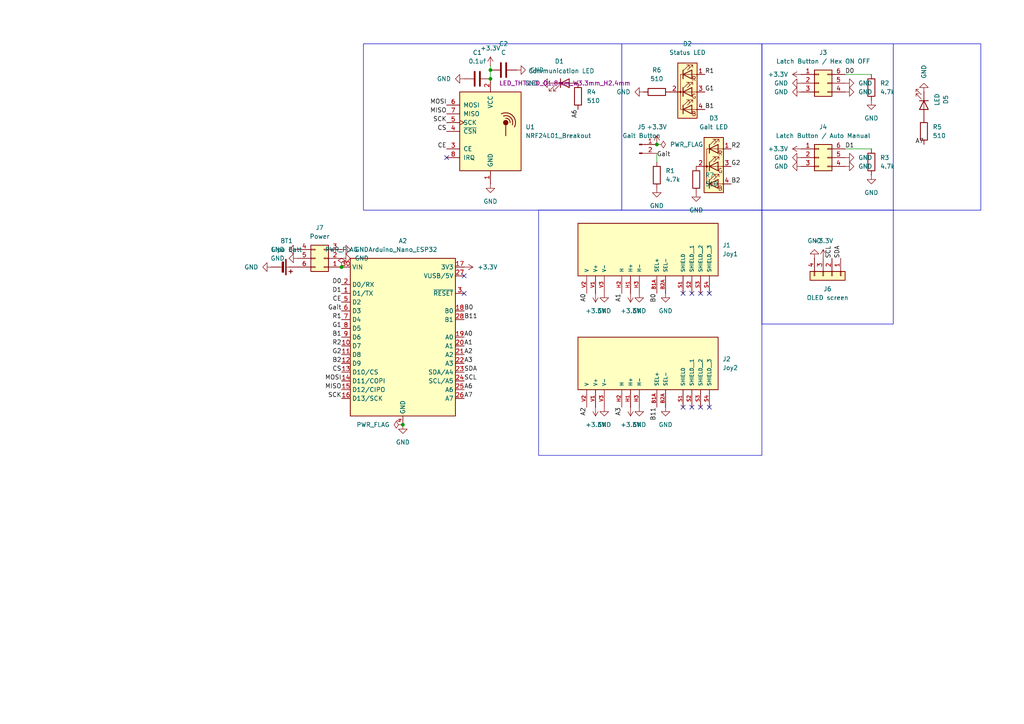
<source format=kicad_sch>
(kicad_sch (version 20250114) (generator "eeschema") (generator_version "9.0")
  (paper "A4")
  (lib_symbols
    (symbol "COM-09032:COM-09032" (pin_names (offset 1.016))
      (property "Reference" "U" (at -7.62 16.002 0))
      (property "Value" "COM-09032" (at -7.62 -27.94 0))
      (symbol "COM-09032_0_0"
        (rectangle (start -7.62 -25.4) (end 7.62 15.24) (stroke (width 0.254)) (fill (type background)))
        (pin passive line (at -12.7 12.7 0) (length 5.08) (name "V") (number "V2"))
        (pin passive line (at -12.7 10.16 0) (length 5.08) (name "V+") (number "V1"))
        (pin passive line (at -12.7 7.62 0) (length 5.08) (name "V-") (number "V3"))
        (pin passive line (at -12.7 2.54 0) (length 5.08) (name "H") (number "H2"))
        (pin passive line (at -12.7 0 0) (length 5.08) (name "H+") (number "H1"))
        (pin passive line (at -12.7 -2.54 0) (length 5.08) (name "H-") (number "H3"))
        (pin passive line (at -12.7 -7.62 0) (length 5.08) (name "SEL+") (number "B1A"))
        (pin passive line (at -12.7 -10.16 0) (length 5.08) (name "SEL-") (number "B2A"))
        (pin passive line (at -12.7 -15.24 0) (length 5.08) (name "SHIELD") (number "S1"))
        (pin passive line (at -12.7 -17.78 0) (length 5.08) (name "SHIELD__1") (number "S2"))
        (pin passive line (at -12.7 -20.32 0) (length 5.08) (name "SHIELD__2") (number "S3"))
        (pin passive line (at -12.7 -22.86 0) (length 5.08) (name "SHIELD__3") (number "S4"))
      )
    )
    (symbol "Connector:Conn_01x02_Pin" (pin_names (offset 1.016) (hide yes))
      (property "Reference" "J" (at 0 2.54 0))
      (property "Value" "Conn_01x02_Pin" (at 0 -5.08 0))
      (symbol "Conn_01x02_Pin_1_1"
        (rectangle (start 0.8636 0.127) (end 0 -0.127) (stroke (width 0.1524)) (fill (type outline)))
        (rectangle (start 0.8636 -2.413) (end 0 -2.667) (stroke (width 0.1524)) (fill (type outline)))
        (polyline (pts (xy 1.27 0) (xy 0.8636 0)) (stroke (width 0.1524)))
        (polyline (pts (xy 1.27 -2.54) (xy 0.8636 -2.54)) (stroke (width 0.1524)))
        (pin passive line (at 5.08 0 180) (length 3.81) (name "Pin_1") (number "1"))
        (pin passive line (at 5.08 -2.54 180) (length 3.81) (name "Pin_2") (number "2"))
      )
    )
    (symbol "Connector_Generic:Conn_01x04" (pin_names (offset 1.016) (hide yes))
      (property "Reference" "J" (at 0 5.08 0))
      (property "Value" "Conn_01x04" (at 0 -7.62 0))
      (symbol "Conn_01x04_1_1"
        (rectangle (start -1.27 3.81) (end 1.27 -6.35) (stroke (width 0.254)) (fill (type background)))
        (rectangle (start -1.27 2.667) (end 0 2.413) (stroke (width 0.1524)))
        (rectangle (start -1.27 0.127) (end 0 -0.127) (stroke (width 0.1524)))
        (rectangle (start -1.27 -2.413) (end 0 -2.667) (stroke (width 0.1524)))
        (rectangle (start -1.27 -4.953) (end 0 -5.207) (stroke (width 0.1524)))
        (pin passive line (at -5.08 2.54 0) (length 3.81) (name "Pin_1") (number "1"))
        (pin passive line (at -5.08 0 0) (length 3.81) (name "Pin_2") (number "2"))
        (pin passive line (at -5.08 -2.54 0) (length 3.81) (name "Pin_3") (number "3"))
        (pin passive line (at -5.08 -5.08 0) (length 3.81) (name "Pin_4") (number "4"))
      )
    )
    (symbol "Connector_Generic:Conn_02x03_Counter_Clockwise" (pin_names (offset 1.016) (hide yes))
      (property "Reference" "J" (at 1.27 5.08 0))
      (property "Value" "Conn_02x03_Counter_Clockwise" (at 1.27 -5.08 0))
      (symbol "Conn_02x03_Counter_Clockwise_1_1"
        (rectangle (start -1.27 3.81) (end 3.81 -3.81) (stroke (width 0.254)) (fill (type background)))
        (rectangle (start -1.27 2.667) (end 0 2.413) (stroke (width 0.1524)))
        (rectangle (start -1.27 0.127) (end 0 -0.127) (stroke (width 0.1524)))
        (rectangle (start -1.27 -2.413) (end 0 -2.667) (stroke (width 0.1524)))
        (rectangle (start 3.81 2.667) (end 2.54 2.413) (stroke (width 0.1524)))
        (rectangle (start 3.81 0.127) (end 2.54 -0.127) (stroke (width 0.1524)))
        (rectangle (start 3.81 -2.413) (end 2.54 -2.667) (stroke (width 0.1524)))
        (pin passive line (at -5.08 2.54 0) (length 3.81) (name "Pin_1") (number "1"))
        (pin passive line (at -5.08 0 0) (length 3.81) (name "Pin_2") (number "2"))
        (pin passive line (at -5.08 -2.54 0) (length 3.81) (name "Pin_3") (number "3"))
        (pin passive line (at 7.62 2.54 180) (length 3.81) (name "Pin_6") (number "6"))
        (pin passive line (at 7.62 0 180) (length 3.81) (name "Pin_5") (number "5"))
        (pin passive line (at 7.62 -2.54 180) (length 3.81) (name "Pin_4") (number "4"))
      )
    )
    (symbol "Device:Battery_Cell" (pin_numbers (hide yes)) (pin_names (offset 0) (hide yes))
      (property "Reference" "BT" (at 2.54 2.54 0))
      (property "Value" "Battery_Cell" (at 2.54 0 0))
      (symbol "Battery_Cell_0_1"
        (rectangle (start -2.286 1.778) (end 2.286 1.524) (fill (type outline)))
        (rectangle (start -1.524 1.016) (end 1.524 0.508) (fill (type outline)))
        (polyline (pts (xy 0 1.778) (xy 0 2.54)))
        (polyline (pts (xy 0 0.762) (xy 0 0)))
        (polyline (pts (xy 0.762 3.048) (xy 1.778 3.048)) (stroke (width 0.254)))
        (polyline (pts (xy 1.27 3.556) (xy 1.27 2.54)) (stroke (width 0.254)))
      )
      (symbol "Battery_Cell_1_1"
        (pin passive line (at 0 5.08 270) (length 2.54) (name "+") (number "1"))
        (pin passive line (at 0 -2.54 90) (length 2.54) (name "-") (number "2"))
      )
    )
    (symbol "Device:C" (pin_numbers (hide yes)) (pin_names (offset 0.254))
      (property "Reference" "C" (at 0.635 2.54 0))
      (property "Value" "C" (at 0.635 -2.54 0))
      (symbol "C_0_1"
        (polyline (pts (xy -2.032 0.762) (xy 2.032 0.762)) (stroke (width 0.508)))
        (polyline (pts (xy -2.032 -0.762) (xy 2.032 -0.762)) (stroke (width 0.508)))
      )
      (symbol "C_1_1"
        (pin passive line (at 0 3.81 270) (length 2.794) (name "~") (number "1"))
        (pin passive line (at 0 -3.81 90) (length 2.794) (name "~") (number "2"))
      )
    )
    (symbol "Device:LED" (pin_numbers (hide yes)) (pin_names (offset 1.016) (hide yes))
      (property "Reference" "D" (at 0 2.54 0))
      (property "Value" "LED" (at 0 -2.54 0))
      (symbol "LED_0_1"
        (polyline (pts (xy -3.048 -0.762) (xy -4.572 -2.286) (xy -3.81 -2.286) (xy -4.572 -2.286) (xy -4.572 -1.524)))
        (polyline (pts (xy -1.778 -0.762) (xy -3.302 -2.286) (xy -2.54 -2.286) (xy -3.302 -2.286) (xy -3.302 -1.524)))
        (polyline (pts (xy -1.27 0) (xy 1.27 0)))
        (polyline (pts (xy -1.27 -1.27) (xy -1.27 1.27)) (stroke (width 0.254)))
        (polyline (pts (xy 1.27 -1.27) (xy 1.27 1.27) (xy -1.27 0) (xy 1.27 -1.27)) (stroke (width 0.254)))
      )
      (symbol "LED_1_1"
        (pin passive line (at -3.81 0 0) (length 2.54) (name "K") (number "1"))
        (pin passive line (at 3.81 0 180) (length 2.54) (name "A") (number "2"))
      )
    )
    (symbol "Device:LED_RKGB" (pin_names (offset 0) (hide yes))
      (property "Reference" "D" (at 0 9.398 0))
      (property "Value" "LED_RKGB" (at 0 -8.89 0))
      (symbol "LED_RKGB_0_0"
        (text "R" (at 1.905 3.81 0) (effects (font (size 1.27 1.27))))
        (text "G" (at 1.905 -1.27 0) (effects (font (size 1.27 1.27))))
        (text "B" (at 1.905 -6.35 0) (effects (font (size 1.27 1.27))))
      )
      (symbol "LED_RKGB_0_1"
        (circle (center -2.032 0) (radius 0.254) (fill (type outline)))
        (polyline (pts (xy -1.27 6.35) (xy -1.27 3.81)) (stroke (width 0.254)))
        (polyline (pts (xy -1.27 6.35) (xy -1.27 3.81) (xy -1.27 3.81)))
        (polyline (pts (xy -1.27 5.08) (xy 1.27 5.08)))
        (polyline (pts (xy -1.27 5.08) (xy -2.032 5.08) (xy -2.032 -5.08) (xy -1.016 -5.08)))
        (polyline (pts (xy -1.27 1.27) (xy -1.27 -1.27)) (stroke (width 0.254)))
        (polyline (pts (xy -1.27 1.27) (xy -1.27 -1.27) (xy -1.27 -1.27)))
        (polyline (pts (xy -1.27 0) (xy -2.54 0)))
        (polyline (pts (xy -1.27 -3.81) (xy -1.27 -6.35)) (stroke (width 0.254)))
        (polyline (pts (xy -1.27 -5.08) (xy 1.27 -5.08)))
        (polyline (pts (xy -1.016 6.35) (xy 0.508 7.874) (xy -0.254 7.874) (xy 0.508 7.874) (xy 0.508 7.112)))
        (polyline (pts (xy -1.016 1.27) (xy 0.508 2.794) (xy -0.254 2.794) (xy 0.508 2.794) (xy 0.508 2.032)))
        (polyline (pts (xy -1.016 -3.81) (xy 0.508 -2.286) (xy -0.254 -2.286) (xy 0.508 -2.286) (xy 0.508 -3.048)))
        (polyline (pts (xy 0 6.35) (xy 1.524 7.874) (xy 0.762 7.874) (xy 1.524 7.874) (xy 1.524 7.112)))
        (polyline (pts (xy 0 1.27) (xy 1.524 2.794) (xy 0.762 2.794) (xy 1.524 2.794) (xy 1.524 2.032)))
        (polyline (pts (xy 0 -3.81) (xy 1.524 -2.286) (xy 0.762 -2.286) (xy 1.524 -2.286) (xy 1.524 -3.048)))
        (polyline (pts (xy 1.27 6.35) (xy 1.27 3.81) (xy -1.27 5.08) (xy 1.27 6.35)) (stroke (width 0.254)))
        (rectangle (start 1.27 6.35) (end 1.27 6.35))
        (polyline (pts (xy 1.27 5.08) (xy 2.54 5.08)))
        (rectangle (start 1.27 3.81) (end 1.27 6.35))
        (polyline (pts (xy 1.27 1.27) (xy 1.27 -1.27) (xy -1.27 0) (xy 1.27 1.27)) (stroke (width 0.254)))
        (rectangle (start 1.27 1.27) (end 1.27 1.27))
        (polyline (pts (xy 1.27 0) (xy -1.27 0)))
        (polyline (pts (xy 1.27 0) (xy 2.54 0)))
        (rectangle (start 1.27 -1.27) (end 1.27 1.27))
        (polyline (pts (xy 1.27 -3.81) (xy 1.27 -6.35) (xy -1.27 -5.08) (xy 1.27 -3.81)) (stroke (width 0.254)))
        (polyline (pts (xy 1.27 -5.08) (xy 2.54 -5.08)))
        (rectangle (start 2.794 8.382) (end -2.794 -7.62) (stroke (width 0.254)) (fill (type background)))
      )
      (symbol "LED_RKGB_1_1"
        (pin passive line (at -5.08 0 0) (length 2.54) (name "K") (number "2"))
        (pin passive line (at 5.08 5.08 180) (length 2.54) (name "RA") (number "1"))
        (pin passive line (at 5.08 0 180) (length 2.54) (name "GA") (number "3"))
        (pin passive line (at 5.08 -5.08 180) (length 2.54) (name "BA") (number "4"))
      )
    )
    (symbol "Device:R" (pin_numbers (hide yes)) (pin_names (offset 0))
      (property "Reference" "R" (at 2.032 0 90))
      (property "Value" "R" (at 0 0 90))
      (symbol "R_0_1"
        (rectangle (start -1.016 -2.54) (end 1.016 2.54) (stroke (width 0.254)))
      )
      (symbol "R_1_1"
        (pin passive line (at 0 3.81 270) (length 1.27) (name "~") (number "1"))
        (pin passive line (at 0 -3.81 90) (length 1.27) (name "~") (number "2"))
      )
    )
    (symbol "MCU_Module:Arduino_Nano_ESP32"
      (property "Reference" "A" (at -14.986 23.622 0))
      (property "Value" "Arduino_Nano_ESP32" (at 3.81 -25.654 0))
      (symbol "Arduino_Nano_ESP32_0_1"
        (rectangle (start -15.24 22.86) (end 15.24 -22.86) (stroke (width 0.254)) (fill (type background)))
      )
      (symbol "Arduino_Nano_ESP32_1_1"
        (pin power_in line (at -17.78 20.32 0) (length 2.54) (name "VIN") (number "30"))
        (pin bidirectional line (at -17.78 15.24 0) (length 2.54) (name "D0/RX") (number "2"))
        (pin bidirectional line (at -17.78 12.7 0) (length 2.54) (name "D1/TX") (number "1"))
        (pin bidirectional line (at -17.78 10.16 0) (length 2.54) (name "D2") (number "5"))
        (pin bidirectional line (at -17.78 7.62 0) (length 2.54) (name "D3") (number "6"))
        (pin bidirectional line (at -17.78 5.08 0) (length 2.54) (name "D4") (number "7"))
        (pin bidirectional line (at -17.78 2.54 0) (length 2.54) (name "D5") (number "8"))
        (pin bidirectional line (at -17.78 0 0) (length 2.54) (name "D6") (number "9"))
        (pin bidirectional line (at -17.78 -2.54 0) (length 2.54) (name "D7") (number "10"))
        (pin bidirectional line (at -17.78 -5.08 0) (length 2.54) (name "D8") (number "11"))
        (pin bidirectional line (at -17.78 -7.62 0) (length 2.54) (name "D9") (number "12"))
        (pin bidirectional line (at -17.78 -10.16 0) (length 2.54) (name "D10/CS") (number "13"))
        (pin bidirectional line (at -17.78 -12.7 0) (length 2.54) (name "D11/COPI") (number "14"))
        (pin bidirectional line (at -17.78 -15.24 0) (length 2.54) (name "D12/CIPO") (number "15"))
        (pin bidirectional line (at -17.78 -17.78 0) (length 2.54) (name "D13/SCK") (number "16"))
        (pin passive line (at 0 -25.4 90) (length 2.54) (hide yes) (name "GND") (number "29"))
        (pin power_in line (at 0 -25.4 90) (length 2.54) (name "GND") (number "4"))
        (pin power_out line (at 17.78 20.32 180) (length 2.54) (name "3V3") (number "17"))
        (pin power_out line (at 17.78 17.78 180) (length 2.54) (name "VUSB/5V") (number "27"))
        (pin input line (at 17.78 12.7 180) (length 2.54) (name "~{RESET}") (number "3"))
        (pin bidirectional line (at 17.78 7.62 180) (length 2.54) (name "B0") (number "18"))
        (pin bidirectional line (at 17.78 5.08 180) (length 2.54) (name "B1") (number "28"))
        (pin bidirectional line (at 17.78 0 180) (length 2.54) (name "A0") (number "19"))
        (pin bidirectional line (at 17.78 -2.54 180) (length 2.54) (name "A1") (number "20"))
        (pin bidirectional line (at 17.78 -5.08 180) (length 2.54) (name "A2") (number "21"))
        (pin bidirectional line (at 17.78 -7.62 180) (length 2.54) (name "A3") (number "22"))
        (pin bidirectional line (at 17.78 -10.16 180) (length 2.54) (name "SDA/A4") (number "23"))
        (pin bidirectional line (at 17.78 -12.7 180) (length 2.54) (name "SCL/A5") (number "24"))
        (pin bidirectional line (at 17.78 -15.24 180) (length 2.54) (name "A6") (number "25"))
        (pin bidirectional line (at 17.78 -17.78 180) (length 2.54) (name "A7") (number "26"))
      )
    )
    (symbol "RF:NRF24L01_Breakout" (pin_names (offset 1.016))
      (property "Reference" "U" (at -8.89 12.7 0))
      (property "Value" "NRF24L01_Breakout" (at 3.81 12.7 0))
      (symbol "NRF24L01_Breakout_0_1"
        (rectangle (start -8.89 11.43) (end 8.89 -11.43) (stroke (width 0.254)) (fill (type background)))
        (arc (start 3.175 5.08) (mid 6.453 4.548) (end 6.985 1.27) (stroke (width 0.254)))
        (circle (center 4.445 2.54) (radius 0.635) (stroke (width 0.254)) (fill (type outline)))
        (polyline (pts (xy 4.445 1.905) (xy 4.445 -1.27)) (stroke (width 0.254)))
        (arc (start 3.81 4.445) (mid 5.8835 3.9785) (end 6.35 1.905) (stroke (width 0.254)))
        (arc (start 4.445 3.81) (mid 5.3558 3.4508) (end 5.715 2.54) (stroke (width 0.254)))
      )
      (symbol "NRF24L01_Breakout_1_1"
        (pin input line (at -12.7 7.62 0) (length 3.81) (name "MOSI") (number "6"))
        (pin output line (at -12.7 5.08 0) (length 3.81) (name "MISO") (number "7"))
        (pin input clock (at -12.7 2.54 0) (length 3.81) (name "SCK") (number "5"))
        (pin input line (at -12.7 0 0) (length 3.81) (name "~{CSN}") (number "4"))
        (pin input line (at -12.7 -5.08 0) (length 3.81) (name "CE") (number "3"))
        (pin output line (at -12.7 -7.62 0) (length 3.81) (name "IRQ") (number "8"))
        (pin power_in line (at 0 15.24 270) (length 3.81) (name "VCC") (number "2"))
        (pin power_in line (at 0 -15.24 90) (length 3.81) (name "GND") (number "1"))
      )
    )
    (symbol "power:+3.3V" (power) (pin_numbers (hide yes)) (pin_names (offset 0) (hide yes))
      (property "Value" "+3.3V" (at 0 3.556 0))
      (symbol "+3.3V_0_1"
        (polyline (pts (xy -0.762 1.27) (xy 0 2.54)))
        (polyline (pts (xy 0 2.54) (xy 0.762 1.27)))
        (polyline (pts (xy 0 0) (xy 0 2.54)))
      )
      (symbol "+3.3V_1_1"
        (pin power_in line (at 0 0 90) (length 0) (name "~") (number "1"))
      )
    )
    (symbol "power:GND" (power) (pin_numbers (hide yes)) (pin_names (offset 0) (hide yes))
      (property "Value" "GND" (at 0 -3.81 0))
      (symbol "GND_0_1"
        (polyline (pts (xy 0 0) (xy 0 -1.27) (xy 1.27 -1.27) (xy 0 -2.54) (xy -1.27 -1.27) (xy 0 -1.27)))
      )
      (symbol "GND_1_1"
        (pin power_in line (at 0 0 270) (length 0) (name "~") (number "1"))
      )
    )
    (symbol "power:PWR_FLAG" (power) (pin_numbers (hide yes)) (pin_names (offset 0) (hide yes))
      (property "Value" "PWR_FLAG" (at 0 3.81 0))
      (symbol "PWR_FLAG_0_0"
        (pin power_out line (at 0 0 90) (length 0) (name "~") (number "1"))
      )
      (symbol "PWR_FLAG_0_1"
        (polyline (pts (xy 0 0) (xy 0 1.27) (xy -1.016 1.905) (xy 0 2.54) (xy 1.016 1.905) (xy 0 1.27)))
      )
    )
  )
  (rectangle (start 220.98 60.96) (end 259.08 93.98))
  (rectangle (start 220.98 12.7) (end 259.08 60.96))
  (rectangle (start 156.21 60.96) (end 220.98 132.08))
  (rectangle (start 105.41 12.7) (end 180.34 60.96))
  (rectangle (start 180.34 12.7) (end 220.98 60.96))
  (rectangle (start 259.08 12.7) (end 284.48 60.96))
  (junction (at 99.06 77.47))
  (junction (at 142.24 22.86))
  (junction (at 190.5 41.91))
  (junction (at 116.84 123.19))
  (junction (at 142.24 20.32))
  (no_connect (at 200.66 118.11))
  (no_connect (at 205.74 85.09))
  (no_connect (at 198.12 85.09))
  (no_connect (at 129.54 45.72))
  (no_connect (at 198.12 118.11))
  (no_connect (at 203.2 118.11))
  (no_connect (at 203.2 85.09))
  (no_connect (at 200.66 85.09))
  (no_connect (at 205.74 118.11))
  (no_connect (at 134.62 85.09))
  (no_connect (at 134.62 80.01))
  (wire (pts (xy 142.24 20.32) (xy 142.24 22.86)))
  (wire (pts (xy 142.24 19.05) (xy 142.24 20.32)))
  (wire (pts (xy 190.5 44.45) (xy 190.5 46.99)))
  (wire (pts (xy 245.11 21.59) (xy 252.73 21.59)))
  (wire (pts (xy 245.11 43.18) (xy 252.73 43.18)))
  (label "G1" (at 99.06 95.25 180))
  (label "D0" (at 245.11 21.59 0))
  (label "D1" (at 99.06 85.09 180))
  (label "A1" (at 180.34 85.09 270))
  (label "G1" (at 204.47 26.67 0))
  (label "A2" (at 170.18 118.11 270))
  (label "B1" (at 204.47 31.75 0))
  (label "R2" (at 212.09 43.18 0))
  (label "Gait" (at 99.06 90.17 180))
  (label "D1" (at 245.11 43.18 0))
  (label "MISO" (at 129.54 33.02 180))
  (label "D0" (at 99.06 82.55 180))
  (label "MISO" (at 99.06 113.03 180))
  (label "R1" (at 204.47 21.59 0))
  (label "SCK" (at 129.54 35.56 180))
  (label "MOSI" (at 129.54 30.48 180))
  (label "CS" (at 99.06 107.95 180))
  (label "A1" (at 134.62 100.33 0))
  (label "SCK" (at 99.06 115.57 180))
  (label "A7" (at 267.97 41.91 180))
  (label "SCL" (at 134.62 110.49 0))
  (label "R2" (at 99.06 100.33 180))
  (label "A3" (at 180.34 118.11 270))
  (label "G2" (at 212.09 48.26 0))
  (label "B0" (at 190.5 85.09 270))
  (label "B11" (at 190.5 118.11 270))
  (label "SCL" (at 241.3 74.93 90))
  (label "A0" (at 170.18 85.09 270))
  (label "A6" (at 134.62 113.03 0))
  (label "B2" (at 212.09 53.34 0))
  (label "B2" (at 99.06 105.41 180))
  (label "A7" (at 134.62 115.57 0))
  (label "B0" (at 134.62 90.17 0))
  (label "CS" (at 129.54 38.1 180))
  (label "A6" (at 167.64 31.75 270))
  (label "Gait" (at 190.5 45.72 0))
  (label "B1" (at 99.06 97.79 180))
  (label "A0" (at 134.62 97.79 0))
  (label "SDA" (at 134.62 107.95 0))
  (label "A2" (at 134.62 102.87 0))
  (label "G2" (at 99.06 102.87 180))
  (label "R1" (at 99.06 92.71 180))
  (label "CE" (at 129.54 43.18 180))
  (label "B11" (at 134.62 92.71 0))
  (label "A3" (at 134.62 105.41 0))
  (label "SDA" (at 243.84 74.93 90))
  (label "CE" (at 99.06 87.63 180))
  (label "MOSI" (at 99.06 110.49 180))
  (symbol (lib_id "power:GND") (at 232.41 48.26 270) (unit 1)
    (property "Reference" "#PWR032" (effects (hide yes)))
    (property "Value" "GND" (at 228.6 48.2599 90) (effects (justify right)))
    (property "Description" "Power symbol creates a global label with name \"GND\" , ground" (effects (hide yes)))
  )
  (symbol (lib_id "Device:R") (at 201.93 52.07 180) (unit 1)
    (property "Reference" "R7" (at 204.47 50.7999 0) (effects (justify right)))
    (property "Value" "510" (at 204.47 53.3399 0) (effects (justify right)))
    (property "Footprint" "Resistor_THT:R_Axial_DIN0204_L3.6mm_D1.6mm_P7.62mm_Horizontal" (effects (hide yes)))
    (property "Description" "Resistor" (effects (hide yes)))
  )
  (symbol (lib_id "Device:Battery_Cell") (at 81.28 77.47 270) (unit 1)
    (property "Reference" "BT1" (at 83.1215 69.85 90))
    (property "Value" "Lipo Batt" (at 83.1215 72.39 90))
    (property "Footprint" "Connector_JST:JST_PH_B2B-PH-K_1x02_P2.00mm_Vertical" (effects (hide yes)))
    (property "Description" "Single-cell battery" (effects (hide yes)))
  )
  (symbol (lib_id "power:+3.3V") (at 182.88 118.11 180) (unit 1)
    (property "Reference" "#PWR015" (effects (hide yes)))
    (property "Value" "+3.3V" (at 182.88 123.19 0))
    (property "Description" "Power symbol creates a global label with name \"+3.3V\"" (effects (hide yes)))
  )
  (symbol (lib_id "power:GND") (at 190.5 54.61 0) (unit 1)
    (property "Reference" "#PWR018" (effects (hide yes)))
    (property "Value" "GND" (at 190.5 59.69 0))
    (property "Description" "Power symbol creates a global label with name \"GND\" , ground" (effects (hide yes)))
  )
  (symbol (lib_id "power:GND") (at 232.41 26.67 270) (unit 1)
    (property "Reference" "#PWR031" (effects (hide yes)))
    (property "Value" "GND" (at 228.6 26.6699 90) (effects (justify right)))
    (property "Description" "Power symbol creates a global label with name \"GND\" , ground" (effects (hide yes)))
  )
  (symbol (lib_id "power:GND") (at 236.22 74.93 180) (unit 1)
    (property "Reference" "#PWR023" (effects (hide yes)))
    (property "Value" "GND" (at 236.22 69.85 0))
    (property "Description" "Power symbol creates a global label with name \"GND\" , ground" (effects (hide yes)))
  )
  (symbol (lib_id "power:GND") (at 252.73 29.21 0) (unit 1)
    (property "Reference" "#PWR024" (effects (hide yes)))
    (property "Value" "GND" (at 252.73 34.29 0))
    (property "Description" "Power symbol creates a global label with name \"GND\" , ground" (effects (hide yes)))
  )
  (symbol (lib_id "power:GND") (at 175.26 85.09 0) (unit 1)
    (property "Reference" "#PWR010" (effects (hide yes)))
    (property "Value" "GND" (at 175.26 90.17 0))
    (property "Description" "Power symbol creates a global label with name \"GND\" , ground" (effects (hide yes)))
  )
  (symbol (lib_id "power:PWR_FLAG") (at 116.84 123.19 90) (unit 1)
    (property "Reference" "#FLG02" (effects (hide yes)))
    (property "Value" "PWR_FLAG" (at 113.03 123.1899 90) (effects (justify left)))
    (property "Description" "Special symbol for telling ERC where power comes from" (effects (hide yes)))
  )
  (symbol (lib_id "power:GND") (at 232.41 45.72 270) (unit 1)
    (property "Reference" "#PWR027" (effects (hide yes)))
    (property "Value" "GND" (at 228.6 45.7199 90) (effects (justify right)))
    (property "Description" "Power symbol creates a global label with name \"GND\" , ground" (effects (hide yes)))
  )
  (symbol (lib_id "COM-09032:COM-09032") (at 182.88 72.39 90) (unit 1)
    (property "Reference" "J1" (at 209.55 71.1199 90) (effects (justify right)))
    (property "Value" "Joy1" (at 209.55 73.6599 90) (effects (justify right)))
    (property "Footprint" "COM_09032:XDCR_COM-09032" (effects (hide yes)))
    (property "Description" "Generic connector, single row, 01x05, script generated" (effects (hide yes)))
    (property "PARTREV" "N/A" (effects (hide yes)))
    (property "STANDARD" "Manufacturer Recommendations" (effects (hide yes)))
    (property "MAXIMUM_PACKAGE_HEIGHT" "30.1mm" (effects (hide yes)))
    (property "MANUFACTURER" "SparkFun Electronics" (effects (hide yes)))
  )
  (symbol (lib_id "power:+3.3V") (at 232.41 43.18 90) (unit 1)
    (property "Reference" "#PWR025" (effects (hide yes)))
    (property "Value" "+3.3V" (at 228.6 43.1799 90) (effects (justify left)))
    (property "Description" "Power symbol creates a global label with name \"+3.3V\"" (effects (hide yes)))
  )
  (symbol (lib_id "Device:R") (at 190.5 50.8 180) (unit 1)
    (property "Reference" "R1" (at 193.04 49.5299 0) (effects (justify right)))
    (property "Value" "4.7k" (at 193.04 52.0699 0) (effects (justify right)))
    (property "Footprint" "Resistor_THT:R_Axial_DIN0204_L3.6mm_D1.6mm_P7.62mm_Horizontal" (effects (hide yes)))
    (property "Description" "Resistor" (effects (hide yes)))
  )
  (symbol (lib_id "power:GND") (at 232.41 24.13 270) (unit 1)
    (property "Reference" "#PWR030" (effects (hide yes)))
    (property "Value" "GND" (at 228.6 24.1299 90) (effects (justify right)))
    (property "Description" "Power symbol creates a global label with name \"GND\" , ground" (effects (hide yes)))
  )
  (symbol (lib_id "power:+3.3V") (at 182.88 85.09 180) (unit 1)
    (property "Reference" "#PWR012" (effects (hide yes)))
    (property "Value" "+3.3V" (at 182.88 90.17 0))
    (property "Description" "Power symbol creates a global label with name \"+3.3V\"" (effects (hide yes)))
  )
  (symbol (lib_id "power:GND") (at 193.04 118.11 0) (unit 1)
    (property "Reference" "#PWR017" (effects (hide yes)))
    (property "Value" "GND" (at 193.04 123.19 0))
    (property "Description" "Power symbol creates a global label with name \"GND\" , ground" (effects (hide yes)))
  )
  (symbol (lib_id "MCU_Module:Arduino_Nano_ESP32") (at 116.84 97.79 0) (unit 1)
    (property "Reference" "A2" (at 116.84 69.85 0))
    (property "Value" "Arduino_Nano_ESP32" (at 116.84 72.39 0))
    (property "Footprint" "Module:Arduino_Nano" (effects (hide yes)))
    (property "Datasheet" "https://docs.arduino.cc/resources/datasheets/ABX00083-datasheet.pdf" (effects (hide yes)))
    (property "Description" "Arduino Nano board based on the ESP32-S3 with a dual-core 240 MHz processor, 384 kB ROM, 512 kB SRAM. Operates at 3.3V, with 5V USB-C® input and 6-21V VIN. Features Wi-Fi®, Bluetooth® LE, digital and analog pins, and supports SPI, I2C, UART, I2S, and CAN." (effects (hide yes)))
  )
  (symbol (lib_id "power:GND") (at 86.36 74.93 270) (unit 1)
    (property "Reference" "#PWR039" (effects (hide yes)))
    (property "Value" "GND" (at 82.55 74.9301 90) (effects (justify right)))
    (property "Description" "Power symbol creates a global label with name \"GND\" , ground" (effects (hide yes)))
  )
  (symbol (lib_id "Device:C") (at 138.43 22.86 90) (unit 1)
    (property "Reference" "C1" (at 138.43 15.24 90))
    (property "Value" "0.1uf" (at 138.43 17.78 90))
    (property "Footprint" "Capacitor_SMD:C_0603_1608Metric" (effects (hide yes)))
    (property "Description" "Unpolarized capacitor" (effects (hide yes)))
  )
  (symbol (lib_id "power:GND") (at 116.84 123.19 0) (unit 1)
    (property "Reference" "#PWR02" (effects (hide yes)))
    (property "Value" "GND" (at 116.84 128.27 0))
    (property "Description" "Power symbol creates a global label with name \"GND\" , ground" (effects (hide yes)))
  )
  (symbol (lib_id "power:GND") (at 267.97 26.67 180) (unit 1)
    (property "Reference" "#PWR06" (effects (hide yes)))
    (property "Value" "GND" (at 267.9701 22.86 90) (effects (justify right)))
    (property "Description" "Power symbol creates a global label with name \"GND\" , ground" (effects (hide yes)))
  )
  (symbol (lib_id "Device:LED_RKGB") (at 199.39 26.67 0) (unit 1)
    (property "Reference" "D2" (at 199.39 12.7 0))
    (property "Value" "Status LED" (at 199.39 15.24 0))
    (property "Footprint" "LED_THT:LED_D5.0mm-4_RGB" (effects (hide yes)))
    (property "Description" "RGB LED, red/cathode/green/blue" (effects (hide yes)))
  )
  (symbol (lib_id "power:GND") (at 201.93 55.88 0) (unit 1)
    (property "Reference" "#PWR019" (effects (hide yes)))
    (property "Value" "GND" (at 201.93 60.96 0))
    (property "Description" "Power symbol creates a global label with name \"GND\" , ground" (effects (hide yes)))
  )
  (symbol (lib_id "Device:LED_RKGB") (at 207.01 48.26 0) (unit 1)
    (property "Reference" "D3" (at 207.01 34.29 0))
    (property "Value" "Gait LED" (at 207.01 36.83 0))
    (property "Footprint" "LED_THT:LED_D5.0mm-4_RGB" (effects (hide yes)))
    (property "Description" "RGB LED, red/cathode/green/blue" (effects (hide yes)))
  )
  (symbol (lib_id "power:GND") (at 134.62 22.86 270) (unit 1)
    (property "Reference" "#PWR036" (effects (hide yes)))
    (property "Value" "GND" (at 130.81 22.8599 90) (effects (justify right)))
    (property "Description" "Power symbol creates a global label with name \"GND\" , ground" (effects (hide yes)))
  )
  (symbol (lib_id "Device:R") (at 252.73 25.4 180) (unit 1)
    (property "Reference" "R2" (at 255.27 24.1299 0) (effects (justify right)))
    (property "Value" "4.7k" (at 255.27 26.6699 0) (effects (justify right)))
    (property "Footprint" "Resistor_THT:R_Axial_DIN0204_L3.6mm_D1.6mm_P7.62mm_Horizontal" (effects (hide yes)))
    (property "Description" "Resistor" (effects (hide yes)))
  )
  (symbol (lib_id "Device:R") (at 167.64 27.94 180) (unit 1)
    (property "Reference" "R4" (at 170.18 26.6699 0) (effects (justify right)))
    (property "Value" "510" (at 170.18 29.2099 0) (effects (justify right)))
    (property "Footprint" "Resistor_THT:R_Axial_DIN0204_L3.6mm_D1.6mm_P7.62mm_Horizontal" (effects (hide yes)))
    (property "Description" "Resistor" (effects (hide yes)))
  )
  (symbol (lib_id "Device:LED") (at 163.83 24.13 0) (unit 1)
    (property "Reference" "D1" (at 162.2425 17.78 0))
    (property "Value" "Communication LED" (at 162.814 20.574 0))
    (property "Footprint" "LED_THT:LED_D1.8mm_W3.3mm_H2.4mm" (at 163.83 24.13 0))
    (property "Description" "Light emitting diode" (effects (hide yes)))
    (property "Sim.Pins" "1=K 2=A" (effects (hide yes)))
  )
  (symbol (lib_id "Connector:Conn_01x02_Pin") (at 185.42 41.91 0) (unit 1)
    (property "Reference" "J5" (at 186.055 36.83 0))
    (property "Value" "Gait Button" (at 186.055 39.37 0))
    (property "Footprint" "Connector_PinHeader_1.00mm:PinHeader_1x02_P1.00mm_Vertical" (effects (hide yes)))
    (property "Description" "Generic connector, single row, 01x02, script generated" (effects (hide yes)))
  )
  (symbol (lib_id "power:GND") (at 245.11 45.72 90) (unit 1)
    (property "Reference" "#PWR033" (effects (hide yes)))
    (property "Value" "GND" (at 248.92 45.7199 90) (effects (justify right)))
    (property "Description" "Power symbol creates a global label with name \"GND\" , ground" (effects (hide yes)))
  )
  (symbol (lib_id "power:GND") (at 78.74 77.47 270) (unit 1)
    (property "Reference" "#PWR03" (effects (hide yes)))
    (property "Value" "GND" (at 74.93 77.4699 90) (effects (justify right)))
    (property "Description" "Power symbol creates a global label with name \"GND\" , ground" (effects (hide yes)))
  )
  (symbol (lib_id "Device:R") (at 267.97 38.1 180) (unit 1)
    (property "Reference" "R5" (at 270.51 36.8299 0) (effects (justify right)))
    (property "Value" "510" (at 270.51 39.3699 0) (effects (justify right)))
    (property "Footprint" "Resistor_THT:R_Axial_DIN0204_L3.6mm_D1.6mm_P7.62mm_Horizontal" (effects (hide yes)))
    (property "Description" "Resistor" (effects (hide yes)))
  )
  (symbol (lib_id "COM-09032:COM-09032") (at 182.88 105.41 90) (unit 1)
    (property "Reference" "J2" (at 209.55 104.1399 90) (effects (justify right)))
    (property "Value" "Joy2" (at 209.55 106.6799 90) (effects (justify right)))
    (property "Footprint" "COM_09032:XDCR_COM-09032" (effects (hide yes)))
    (property "Description" "Generic connector, single row, 01x05, script generated" (effects (hide yes)))
    (property "PARTREV" "N/A" (effects (hide yes)))
    (property "STANDARD" "Manufacturer Recommendations" (effects (hide yes)))
    (property "MAXIMUM_PACKAGE_HEIGHT" "30.1mm" (effects (hide yes)))
    (property "MANUFACTURER" "SparkFun Electronics" (effects (hide yes)))
  )
  (symbol (lib_id "power:GND") (at 245.11 26.67 90) (unit 1)
    (property "Reference" "#PWR021" (effects (hide yes)))
    (property "Value" "GND" (at 248.92 26.6699 90) (effects (justify right)))
    (property "Description" "Power symbol creates a global label with name \"GND\" , ground" (effects (hide yes)))
  )
  (symbol (lib_id "power:+3.3V") (at 238.76 74.93 0) (unit 1)
    (property "Reference" "#PWR022" (effects (hide yes)))
    (property "Value" "+3.3V" (at 238.76 69.85 0))
    (property "Description" "Power symbol creates a global label with name \"+3.3V\"" (effects (hide yes)))
  )
  (symbol (lib_id "Device:R") (at 252.73 46.99 180) (unit 1)
    (property "Reference" "R3" (at 255.27 45.7199 0) (effects (justify right)))
    (property "Value" "4.7k" (at 255.27 48.2599 0) (effects (justify right)))
    (property "Footprint" "Resistor_THT:R_Axial_DIN0204_L3.6mm_D1.6mm_P7.62mm_Horizontal" (effects (hide yes)))
    (property "Description" "Resistor" (effects (hide yes)))
  )
  (symbol (lib_id "power:GND") (at 185.42 118.11 0) (unit 1)
    (property "Reference" "#PWR016" (effects (hide yes)))
    (property "Value" "GND" (at 185.42 123.19 0))
    (property "Description" "Power symbol creates a global label with name \"GND\" , ground" (effects (hide yes)))
  )
  (symbol (lib_id "Device:LED") (at 267.97 30.48 270) (unit 1)
    (property "Reference" "D5" (at 274.32 28.8925 0))
    (property "Value" "LED" (at 271.78 28.8925 0))
    (property "Footprint" "LED_THT:LED_D1.8mm_W3.3mm_H2.4mm" (effects (hide yes)))
    (property "Description" "Light emitting diode" (effects (hide yes)))
    (property "Sim.Pins" "1=K 2=A" (effects (hide yes)))
  )
  (symbol (lib_id "power:GND") (at 142.24 53.34 0) (unit 1)
    (property "Reference" "#PWR08" (effects (hide yes)))
    (property "Value" "GND" (at 142.24 58.42 0))
    (property "Description" "Power symbol creates a global label with name \"GND\" , ground" (effects (hide yes)))
  )
  (symbol (lib_id "power:+3.3V") (at 232.41 21.59 90) (unit 1)
    (property "Reference" "#PWR026" (effects (hide yes)))
    (property "Value" "+3.3V" (at 228.6 21.5899 90) (effects (justify left)))
    (property "Description" "Power symbol creates a global label with name \"+3.3V\"" (effects (hide yes)))
  )
  (symbol (lib_id "Connector_Generic:Conn_01x04") (at 241.3 80.01 270) (unit 1)
    (property "Reference" "J6" (at 240.03 83.82 90))
    (property "Value" "OLED screen" (at 240.03 86.36 90))
    (property "Footprint" "untitled folder:SSD1306_0.96_Oled" (effects (hide yes)))
    (property "Description" "Generic connector, single row, 01x04, script generated (kicad-library-utils/schlib/autogen/connector/)" (effects (hide yes)))
  )
  (symbol (lib_id "power:GND") (at 99.06 74.93 90) (unit 1)
    (property "Reference" "#PWR037" (effects (hide yes)))
    (property "Value" "GND" (at 102.87 74.9301 90) (effects (justify right)))
    (property "Description" "Power symbol creates a global label with name \"GND\" , ground" (effects (hide yes)))
  )
  (symbol (lib_id "Connector_Generic:Conn_02x03_Counter_Clockwise") (at 237.49 24.13 0) (unit 1)
    (property "Reference" "J3" (at 238.76 15.24 0))
    (property "Value" "Latch Button / Hex ON OFF" (at 238.76 17.78 0))
    (property "Footprint" "Button:SW_DPDT_XLX" (effects (hide yes)))
    (property "Description" "Generic connector, double row, 02x03, counter clockwise pin numbering scheme (similar to DIP package numbering), script generated (kicad-library-utils/schlib/autogen/connector/)" (effects (hide yes)))
  )
  (symbol (lib_id "power:GND") (at 193.04 85.09 0) (unit 1)
    (property "Reference" "#PWR04" (effects (hide yes)))
    (property "Value" "GND" (at 193.04 90.17 0))
    (property "Description" "Power symbol creates a global label with name \"GND\" , ground" (effects (hide yes)))
  )
  (symbol (lib_id "power:GND") (at 99.06 72.39 90) (unit 1)
    (property "Reference" "#PWR038" (effects (hide yes)))
    (property "Value" "GND" (at 102.87 72.3901 90) (effects (justify right)))
    (property "Description" "Power symbol creates a global label with name \"GND\" , ground" (effects (hide yes)))
  )
  (symbol (lib_id "Connector_Generic:Conn_02x03_Counter_Clockwise") (at 93.98 74.93 180) (unit 1)
    (property "Reference" "J7" (at 92.71 66.04 0))
    (property "Value" "Power" (at 92.71 68.58 0))
    (property "Footprint" "Button:SW_DPDT_XLX" (effects (hide yes)))
    (property "Description" "Generic connector, double row, 02x03, counter clockwise pin numbering scheme (similar to DIP package numbering), script generated (kicad-library-utils/schlib/autogen/connector/)" (effects (hide yes)))
  )
  (symbol (lib_id "power:PWR_FLAG") (at 190.5 41.91 270) (unit 1)
    (property "Reference" "#FLG03" (effects (hide yes)))
    (property "Value" "PWR_FLAG" (at 194.31 41.9099 90) (effects (justify left)))
    (property "Description" "Special symbol for telling ERC where power comes from" (effects (hide yes)))
  )
  (symbol (lib_id "power:GND") (at 175.26 118.11 0) (unit 1)
    (property "Reference" "#PWR014" (effects (hide yes)))
    (property "Value" "GND" (at 175.26 123.19 0))
    (property "Description" "Power symbol creates a global label with name \"GND\" , ground" (effects (hide yes)))
  )
  (symbol (lib_id "power:GND") (at 245.11 24.13 90) (unit 1)
    (property "Reference" "#PWR029" (effects (hide yes)))
    (property "Value" "GND" (at 248.92 24.1299 90) (effects (justify right)))
    (property "Description" "Power symbol creates a global label with name \"GND\" , ground" (effects (hide yes)))
  )
  (symbol (lib_id "power:+3.3V") (at 190.5 41.91 0) (unit 1)
    (property "Reference" "#PWR020" (effects (hide yes)))
    (property "Value" "+3.3V" (at 190.5 36.83 0))
    (property "Description" "Power symbol creates a global label with name \"+3.3V\"" (effects (hide yes)))
  )
  (symbol (lib_id "power:+3.3V") (at 142.24 19.05 0) (unit 1)
    (property "Reference" "#PWR028" (effects (hide yes)))
    (property "Value" "+3.3V" (at 142.24 13.97 0))
    (property "Description" "Power symbol creates a global label with name \"+3.3V\"" (effects (hide yes)))
  )
  (symbol (lib_id "power:+3.3V") (at 134.62 77.47 270) (unit 1)
    (property "Reference" "#PWR01" (effects (hide yes)))
    (property "Value" "+3.3V" (at 138.43 77.4699 90) (effects (justify left)))
    (property "Description" "Power symbol creates a global label with name \"+3.3V\"" (effects (hide yes)))
  )
  (symbol (lib_id "power:+3.3V") (at 172.72 118.11 180) (unit 1)
    (property "Reference" "#PWR013" (effects (hide yes)))
    (property "Value" "+3.3V" (at 172.72 123.19 0))
    (property "Description" "Power symbol creates a global label with name \"+3.3V\"" (effects (hide yes)))
  )
  (symbol (lib_id "power:+3.3V") (at 172.72 85.09 180) (unit 1)
    (property "Reference" "#PWR011" (effects (hide yes)))
    (property "Value" "+3.3V" (at 172.72 90.17 0))
    (property "Description" "Power symbol creates a global label with name \"+3.3V\"" (effects (hide yes)))
  )
  (symbol (lib_id "power:GND") (at 245.11 48.26 90) (unit 1)
    (property "Reference" "#PWR034" (effects (hide yes)))
    (property "Value" "GND" (at 248.92 48.2599 90) (effects (justify right)))
    (property "Description" "Power symbol creates a global label with name \"GND\" , ground" (effects (hide yes)))
  )
  (symbol (lib_id "power:GND") (at 160.02 24.13 270) (unit 1)
    (property "Reference" "#PWR05" (effects (hide yes)))
    (property "Value" "GND" (at 156.21 24.1299 90) (effects (justify right)))
    (property "Description" "Power symbol creates a global label with name \"GND\" , ground" (effects (hide yes)))
  )
  (symbol (lib_id "power:GND") (at 185.42 85.09 0) (unit 1)
    (property "Reference" "#PWR09" (effects (hide yes)))
    (property "Value" "GND" (at 185.42 90.17 0))
    (property "Description" "Power symbol creates a global label with name \"GND\" , ground" (effects (hide yes)))
  )
  (symbol (lib_id "power:GND") (at 186.69 26.67 270) (unit 1)
    (property "Reference" "#PWR07" (effects (hide yes)))
    (property "Value" "GND" (at 182.88 26.6699 90) (effects (justify right)))
    (property "Description" "Power symbol creates a global label with name \"GND\" , ground" (effects (hide yes)))
  )
  (symbol (lib_id "Device:R") (at 190.5 26.67 270) (unit 1)
    (property "Reference" "R6" (at 190.5 20.32 90))
    (property "Value" "510" (at 190.5 22.86 90))
    (property "Footprint" "Resistor_THT:R_Axial_DIN0204_L3.6mm_D1.6mm_P7.62mm_Horizontal" (effects (hide yes)))
    (property "Description" "Resistor" (effects (hide yes)))
  )
  (symbol (lib_id "Device:C") (at 146.05 20.32 90) (unit 1)
    (property "Reference" "C2" (at 146.05 12.7 90))
    (property "Value" "C" (at 146.05 15.24 90))
    (property "Footprint" "Capacitor_SMD:C_0805_2012Metric" (effects (hide yes)))
    (property "Description" "Unpolarized capacitor" (effects (hide yes)))
  )
  (symbol (lib_id "power:PWR_FLAG") (at 99.06 77.47 0) (unit 1)
    (property "Reference" "#FLG01" (effects (hide yes)))
    (property "Value" "PWR_FLAG" (at 99.06 72.39 0))
    (property "Description" "Special symbol for telling ERC where power comes from" (effects (hide yes)))
  )
  (symbol (lib_id "RF:NRF24L01_Breakout") (at 142.24 38.1 0) (unit 1)
    (property "Reference" "U1" (at 152.4 36.8299 0) (effects (justify left)))
    (property "Value" "NRF24L01_Breakout" (at 152.4 39.3699 0) (effects (justify left)))
    (property "Footprint" "RF_Module:nRF24L01_Breakout" (effects (hide yes)))
    (property "Datasheet" "http://www.nordicsemi.com/eng/content/download/2730/34105/file/nRF24L01_Product_Specification_v2_0.pdf" (effects (hide yes)))
    (property "Description" "Ultra low power 2.4GHz RF Transceiver, Carrier PCB" (effects (hide yes)))
  )
  (symbol (lib_id "power:GND") (at 149.86 20.32 90) (unit 1)
    (property "Reference" "#PWR041" (effects (hide yes)))
    (property "Value" "GND" (at 153.67 20.3199 90) (effects (justify right)))
    (property "Description" "Power symbol creates a global label with name \"GND\" , ground" (effects (hide yes)))
  )
  (symbol (lib_id "power:GND") (at 252.73 50.8 0) (unit 1)
    (property "Reference" "#PWR035" (effects (hide yes)))
    (property "Value" "GND" (at 252.73 55.88 0))
    (property "Description" "Power symbol creates a global label with name \"GND\" , ground" (effects (hide yes)))
  )
  (symbol (lib_id "power:GND") (at 86.36 72.39 270) (unit 1)
    (property "Reference" "#PWR040" (effects (hide yes)))
    (property "Value" "GND" (at 82.55 72.3901 90) (effects (justify right)))
    (property "Description" "Power symbol creates a global label with name \"GND\" , ground" (effects (hide yes)))
  )
  (symbol (lib_id "Connector_Generic:Conn_02x03_Counter_Clockwise") (at 237.49 45.72 0) (unit 1)
    (property "Reference" "J4" (at 238.76 36.83 0))
    (property "Value" "Latch Button / Auto Manual" (at 238.76 39.37 0))
    (property "Footprint" "Button:SW_DPDT_XLX" (effects (hide yes)))
    (property "Description" "Generic connector, double row, 02x03, counter clockwise pin numbering scheme (similar to DIP package numbering), script generated (kicad-library-utils/schlib/autogen/connector/)" (effects (hide yes)))
  )
)
</source>
